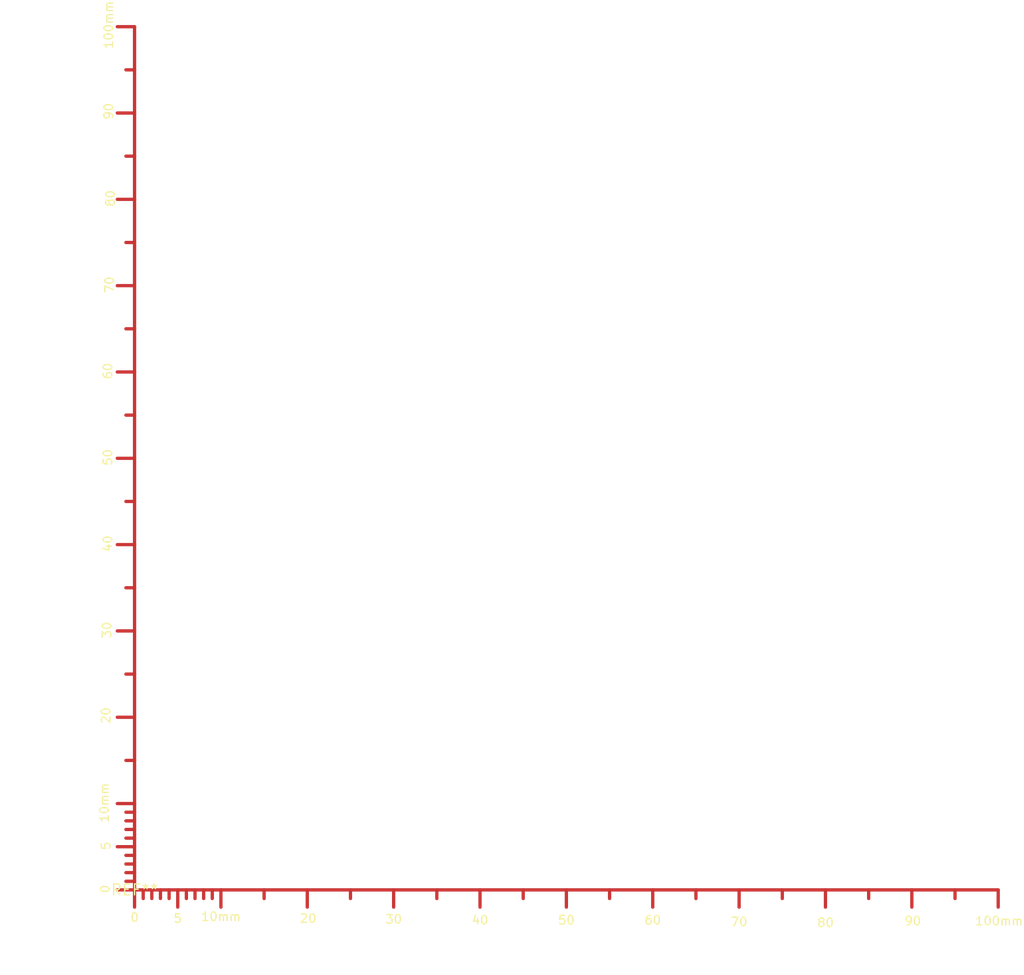
<source format=kicad_pcb>
(kicad_pcb (version 20240108) (generator pcbnew)
  (layers (0 "F.Cu" signal) (31 "B.Cu" signal) (34 "B.Paste" user) (35 "F.Paste" user) (36 "B.SilkS" user "B.Silkscreen") (37 "F.SilkS" user "F.Silkscreen") (38 "B.Mask" user) (39 "F.Mask" user) (44 "Edge.Cuts" user))
  (net 0 "")
  (footprint "Gauge_100mm_Type2_CopperTop" (layer "F.Cu") (at 0 0)
    (property "Reference" "REF**")
    (property "Value" "Gauge_100mm_Type2_CopperTop")
    (fp_line (start 0 -99.9998) (end -1.99898 -99.9998) (layer "F.Cu") (stroke (width 0.381)))
    (fp_line (start 0 -95.00108) (end -1.00076 -95.00108) (layer "F.Cu") (stroke (width 0.381)))
    (fp_line (start 0 -89.99982) (end -1.99898 -89.99982) (layer "F.Cu") (stroke (width 0.381)))
    (fp_line (start 0 -85.0011) (end -1.00076 -85.0011) (layer "F.Cu") (stroke (width 0.381)))
    (fp_line (start 0 -79.99984) (end -1.99898 -79.99984) (layer "F.Cu") (stroke (width 0.381)))
    (fp_line (start 0 -75.00112) (end -1.00076 -75.00112) (layer "F.Cu") (stroke (width 0.381)))
    (fp_line (start 0 -69.99986) (end -1.99898 -69.99986) (layer "F.Cu") (stroke (width 0.381)))
    (fp_line (start 0 -65.00114) (end -1.00076 -65.00114) (layer "F.Cu") (stroke (width 0.381)))
    (fp_line (start 0 -59.99988) (end -1.99898 -59.99988) (layer "F.Cu") (stroke (width 0.381)))
    (fp_line (start 0 -55.00116) (end -1.00076 -55.00116) (layer "F.Cu") (stroke (width 0.381)))
    (fp_line (start 0 -49.9999) (end -1.99898 -49.9999) (layer "F.Cu") (stroke (width 0.381)))
    (fp_line (start 0 -45.00118) (end -1.00076 -45.00118) (layer "F.Cu") (stroke (width 0.381)))
    (fp_line (start 0 -39.99992) (end -1.99898 -39.99992) (layer "F.Cu") (stroke (width 0.381)))
    (fp_line (start 0 -35.0012) (end -1.00076 -35.0012) (layer "F.Cu") (stroke (width 0.381)))
    (fp_line (start 0 -29.99994) (end -1.99898 -29.99994) (layer "F.Cu") (stroke (width 0.381)))
    (fp_line (start 0 -25.00122) (end -1.00076 -25.00122) (layer "F.Cu") (stroke (width 0.381)))
    (fp_line (start 0 -19.99996) (end -1.99898 -19.99996) (layer "F.Cu") (stroke (width 0.381)))
    (fp_line (start 0 -15.00124) (end -1.00076 -15.00124) (layer "F.Cu") (stroke (width 0.381)))
    (fp_line (start 0 -9.99998) (end -1.99898 -9.99998) (layer "F.Cu") (stroke (width 0.381)))
    (fp_line (start 0 -8.99922) (end -1.00076 -8.99922) (layer "F.Cu") (stroke (width 0.381)))
    (fp_line (start 0 -8.001) (end -1.00076 -8.001) (layer "F.Cu") (stroke (width 0.381)))
    (fp_line (start 0 -7.00024) (end -1.00076 -7.00024) (layer "F.Cu") (stroke (width 0.381)))
    (fp_line (start 0 -5.99948) (end -1.00076 -5.99948) (layer "F.Cu") (stroke (width 0.381)))
    (fp_line (start 0 -5.00126) (end -1.99898 -5.00126) (layer "F.Cu") (stroke (width 0.381)))
    (fp_line (start 0 -4.0005) (end -1.00076 -4.0005) (layer "F.Cu") (stroke (width 0.381)))
    (fp_line (start 0 -2.99974) (end -1.00076 -2.99974) (layer "F.Cu") (stroke (width 0.381)))
    (fp_line (start 0 -1.99898) (end -1.00076 -1.99898) (layer "F.Cu") (stroke (width 0.381)))
    (fp_line (start 0 -1.00076) (end -1.00076 -1.00076) (layer "F.Cu") (stroke (width 0.381)))
    (fp_line (start 0 0) (end -1.99898 0) (layer "F.Cu") (stroke (width 0.381)))
    (fp_line (start 0 0) (end 0 -99.9998) (layer "F.Cu") (stroke (width 0.381)))
    (fp_line (start 0 0) (end 0 1.99898) (layer "F.Cu") (stroke (width 0.381)))
    (fp_line (start 0 0) (end 9.99998 0) (layer "F.Cu") (stroke (width 0.381)))
    (fp_line (start 1.00076 0) (end 1.00076 1.00076) (layer "F.Cu") (stroke (width 0.381)))
    (fp_line (start 1.99898 0) (end 1.99898 1.00076) (layer "F.Cu") (stroke (width 0.381)))
    (fp_line (start 2.99974 0) (end 2.99974 1.00076) (layer "F.Cu") (stroke (width 0.381)))
    (fp_line (start 4.0005 0) (end 4.0005 1.00076) (layer "F.Cu") (stroke (width 0.381)))
    (fp_line (start 5.00126 0) (end 5.00126 1.99898) (layer "F.Cu") (stroke (width 0.381)))
    (fp_line (start 5.99948 0) (end 5.99948 1.00076) (layer "F.Cu") (stroke (width 0.381)))
    (fp_line (start 7.00024 0) (end 7.00024 1.00076) (layer "F.Cu") (stroke (width 0.381)))
    (fp_line (start 8.001 0) (end 8.001 1.00076) (layer "F.Cu") (stroke (width 0.381)))
    (fp_line (start 8.99922 0) (end 8.99922 1.00076) (layer "F.Cu") (stroke (width 0.381)))
    (fp_line (start 9.99998 0) (end 9.99998 1.99898) (layer "F.Cu") (stroke (width 0.381)))
    (fp_line (start 9.99998 0) (end 99.9998 0) (layer "F.Cu") (stroke (width 0.381)))
    (fp_line (start 15.00124 0) (end 15.00124 1.00076) (layer "F.Cu") (stroke (width 0.381)))
    (fp_line (start 19.99996 0) (end 19.99996 1.99898) (layer "F.Cu") (stroke (width 0.381)))
    (fp_line (start 25.00122 0) (end 25.00122 1.00076) (layer "F.Cu") (stroke (width 0.381)))
    (fp_line (start 29.99994 0) (end 29.99994 1.99898) (layer "F.Cu") (stroke (width 0.381)))
    (fp_line (start 35.0012 0) (end 35.0012 1.00076) (layer "F.Cu") (stroke (width 0.381)))
    (fp_line (start 39.99992 0) (end 39.99992 1.99898) (layer "F.Cu") (stroke (width 0.381)))
    (fp_line (start 45.00118 0) (end 45.00118 1.00076) (layer "F.Cu") (stroke (width 0.381)))
    (fp_line (start 49.9999 0) (end 49.9999 1.99898) (layer "F.Cu") (stroke (width 0.381)))
    (fp_line (start 55.00116 0) (end 55.00116 1.00076) (layer "F.Cu") (stroke (width 0.381)))
    (fp_line (start 59.99988 0) (end 59.99988 1.99898) (layer "F.Cu") (stroke (width 0.381)))
    (fp_line (start 65.00114 0) (end 65.00114 1.00076) (layer "F.Cu") (stroke (width 0.381)))
    (fp_line (start 69.99986 0) (end 69.99986 1.99898) (layer "F.Cu") (stroke (width 0.381)))
    (fp_line (start 75.00112 0) (end 75.00112 1.00076) (layer "F.Cu") (stroke (width 0.381)))
    (fp_line (start 79.99984 0) (end 79.99984 1.99898) (layer "F.Cu") (stroke (width 0.381)))
    (fp_line (start 85.0011 0) (end 85.0011 1.00076) (layer "F.Cu") (stroke (width 0.381)))
    (fp_line (start 89.99982 0) (end 89.99982 1.99898) (layer "F.Cu") (stroke (width 0.381)))
    (fp_line (start 95.00108 0) (end 95.00108 1.00076) (layer "F.Cu") (stroke (width 0.381)))
    (fp_line (start 99.9998 0) (end 99.9998 1.99898) (layer "F.Cu") (stroke (width 0.381)))
    (fp_text user "60" (at -3.10134 -60.10402 90) (layer "F.SilkS"))
    (fp_text user "70" (at -2.90068 -70.104 90) (layer "F.SilkS"))
    (fp_text user "70" (at 70.00494 3.70078 0) (layer "F.SilkS"))
    (fp_text user "10mm" (at 10.00506 3.0988 0) (layer "F.SilkS"))
    (fp_text user "100mm" (at 100.10648 3.60172 0) (layer "F.SilkS"))
    (fp_text user "10mm" (at -3.50266 -10.10412 90) (layer "F.SilkS"))
    (fp_text user "30" (at 30.00502 3.39852 0) (layer "F.SilkS"))
    (fp_text user "50" (at 50.00498 3.50012 0) (layer "F.SilkS"))
    (fp_text user "5" (at 5.0038 3.29946 0) (layer "F.SilkS"))
    (fp_text user "80" (at 80.00492 3.79984 0) (layer "F.SilkS"))
    (fp_text user "40" (at 40.005 3.50012 0) (layer "F.SilkS"))
    (fp_text user "20" (at 20.1041 3.29946 0) (layer "F.SilkS"))
    (fp_text user "20" (at -3.302 -20.20316 90) (layer "F.SilkS"))
    (fp_text user "0" (at -3.4036 -0.10414 90) (layer "F.SilkS"))
    (fp_text user "0" (at 0.00508 3.19786 0) (layer "F.SilkS"))
    (fp_text user "40" (at -3.10134 -40.10406 90) (layer "F.SilkS"))
    (fp_text user "90" (at -2.99974 -90.20556 90) (layer "F.SilkS"))
    (fp_text user "90" (at 90.1065 3.60172 0) (layer "F.SilkS"))
    (fp_text user "80" (at -2.80162 -80.10398 90) (layer "F.SilkS"))
    (fp_text user "100mm" (at -2.99974 -100.20554 90) (layer "F.SilkS"))
    (fp_text user "60" (at 60.00496 3.50012 0) (layer "F.SilkS"))
    (fp_text user "5" (at -3.302 -5.10286 90) (layer "F.SilkS"))
    (fp_text user "30" (at -3.20294 -30.10408 90) (layer "F.SilkS"))
    (fp_text user "50" (at -3.10134 -50.10404 90) (layer "F.SilkS"))
  )
)
</source>
